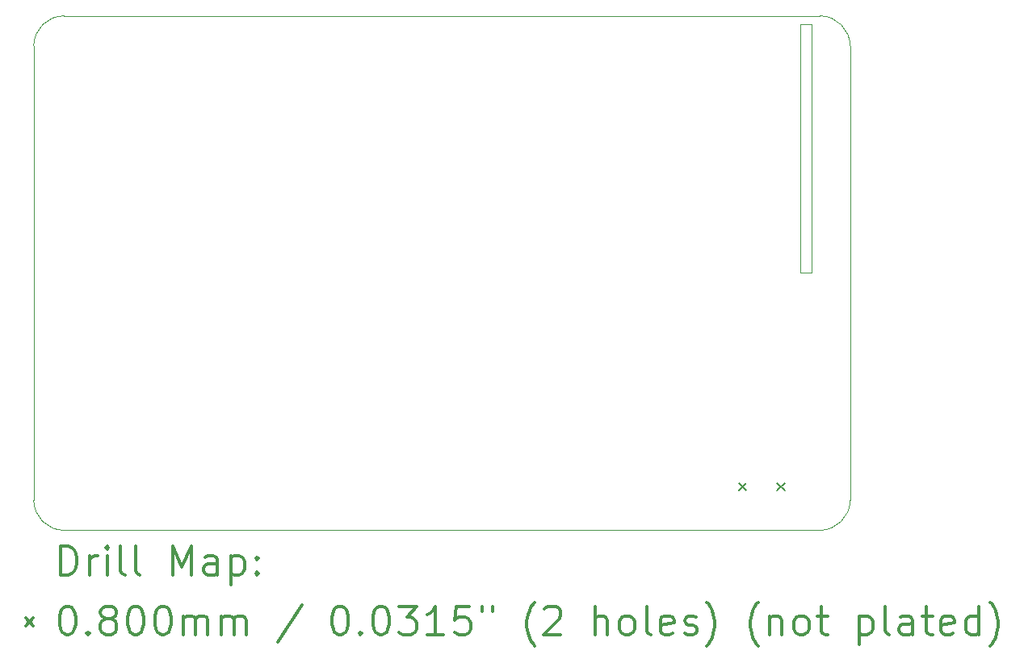
<source format=gbr>
%FSLAX45Y45*%
G04 Gerber Fmt 4.5, Leading zero omitted, Abs format (unit mm)*
G04 Created by KiCad (PCBNEW 5.1.10-88a1d61d58~90~ubuntu20.04.1) date 2021-10-07 18:38:08*
%MOMM*%
%LPD*%
G01*
G04 APERTURE LIST*
%TA.AperFunction,Profile*%
%ADD10C,0.050000*%
%TD*%
%ADD11C,0.200000*%
%ADD12C,0.300000*%
G04 APERTURE END LIST*
D10*
X8159100Y-95250D02*
X8159100Y-88900D01*
X8159100Y-88900D02*
X8039100Y-88900D01*
X8159100Y-2692400D02*
X8159100Y-95250D01*
X8039100Y-2692400D02*
X8159100Y-2692400D01*
X8039100Y-88900D02*
X8039100Y-2692400D01*
X317500Y-5400000D02*
G75*
G02*
X0Y-5082500I0J317500D01*
G01*
X8560000Y-5082500D02*
G75*
G02*
X8242500Y-5400000I-317500J0D01*
G01*
X8242500Y-200D02*
G75*
G02*
X8559800Y-317500I0J-317300D01*
G01*
X0Y-317500D02*
G75*
G02*
X317500Y0I317500J0D01*
G01*
X0Y-317500D02*
X0Y-5082500D01*
X317500Y-5400000D02*
X8242500Y-5400000D01*
X8560000Y-317500D02*
X8560000Y-5082500D01*
X317500Y0D02*
X8242500Y0D01*
D11*
X7392700Y-4902950D02*
X7472700Y-4982950D01*
X7472700Y-4902950D02*
X7392700Y-4982950D01*
X7792700Y-4902950D02*
X7872700Y-4982950D01*
X7872700Y-4902950D02*
X7792700Y-4982950D01*
D12*
X283928Y-5868214D02*
X283928Y-5568214D01*
X355357Y-5568214D01*
X398214Y-5582500D01*
X426786Y-5611071D01*
X441071Y-5639643D01*
X455357Y-5696786D01*
X455357Y-5739643D01*
X441071Y-5796786D01*
X426786Y-5825357D01*
X398214Y-5853929D01*
X355357Y-5868214D01*
X283928Y-5868214D01*
X583928Y-5868214D02*
X583928Y-5668214D01*
X583928Y-5725357D02*
X598214Y-5696786D01*
X612500Y-5682500D01*
X641071Y-5668214D01*
X669643Y-5668214D01*
X769643Y-5868214D02*
X769643Y-5668214D01*
X769643Y-5568214D02*
X755357Y-5582500D01*
X769643Y-5596786D01*
X783928Y-5582500D01*
X769643Y-5568214D01*
X769643Y-5596786D01*
X955357Y-5868214D02*
X926786Y-5853929D01*
X912500Y-5825357D01*
X912500Y-5568214D01*
X1112500Y-5868214D02*
X1083928Y-5853929D01*
X1069643Y-5825357D01*
X1069643Y-5568214D01*
X1455357Y-5868214D02*
X1455357Y-5568214D01*
X1555357Y-5782500D01*
X1655357Y-5568214D01*
X1655357Y-5868214D01*
X1926786Y-5868214D02*
X1926786Y-5711071D01*
X1912500Y-5682500D01*
X1883928Y-5668214D01*
X1826786Y-5668214D01*
X1798214Y-5682500D01*
X1926786Y-5853929D02*
X1898214Y-5868214D01*
X1826786Y-5868214D01*
X1798214Y-5853929D01*
X1783928Y-5825357D01*
X1783928Y-5796786D01*
X1798214Y-5768214D01*
X1826786Y-5753929D01*
X1898214Y-5753929D01*
X1926786Y-5739643D01*
X2069643Y-5668214D02*
X2069643Y-5968214D01*
X2069643Y-5682500D02*
X2098214Y-5668214D01*
X2155357Y-5668214D01*
X2183928Y-5682500D01*
X2198214Y-5696786D01*
X2212500Y-5725357D01*
X2212500Y-5811071D01*
X2198214Y-5839643D01*
X2183928Y-5853929D01*
X2155357Y-5868214D01*
X2098214Y-5868214D01*
X2069643Y-5853929D01*
X2341071Y-5839643D02*
X2355357Y-5853929D01*
X2341071Y-5868214D01*
X2326786Y-5853929D01*
X2341071Y-5839643D01*
X2341071Y-5868214D01*
X2341071Y-5682500D02*
X2355357Y-5696786D01*
X2341071Y-5711071D01*
X2326786Y-5696786D01*
X2341071Y-5682500D01*
X2341071Y-5711071D01*
X-82500Y-6322500D02*
X-2500Y-6402500D01*
X-2500Y-6322500D02*
X-82500Y-6402500D01*
X341071Y-6198214D02*
X369643Y-6198214D01*
X398214Y-6212500D01*
X412500Y-6226786D01*
X426786Y-6255357D01*
X441071Y-6312500D01*
X441071Y-6383929D01*
X426786Y-6441071D01*
X412500Y-6469643D01*
X398214Y-6483929D01*
X369643Y-6498214D01*
X341071Y-6498214D01*
X312500Y-6483929D01*
X298214Y-6469643D01*
X283928Y-6441071D01*
X269643Y-6383929D01*
X269643Y-6312500D01*
X283928Y-6255357D01*
X298214Y-6226786D01*
X312500Y-6212500D01*
X341071Y-6198214D01*
X569643Y-6469643D02*
X583928Y-6483929D01*
X569643Y-6498214D01*
X555357Y-6483929D01*
X569643Y-6469643D01*
X569643Y-6498214D01*
X755357Y-6326786D02*
X726786Y-6312500D01*
X712500Y-6298214D01*
X698214Y-6269643D01*
X698214Y-6255357D01*
X712500Y-6226786D01*
X726786Y-6212500D01*
X755357Y-6198214D01*
X812500Y-6198214D01*
X841071Y-6212500D01*
X855357Y-6226786D01*
X869643Y-6255357D01*
X869643Y-6269643D01*
X855357Y-6298214D01*
X841071Y-6312500D01*
X812500Y-6326786D01*
X755357Y-6326786D01*
X726786Y-6341071D01*
X712500Y-6355357D01*
X698214Y-6383929D01*
X698214Y-6441071D01*
X712500Y-6469643D01*
X726786Y-6483929D01*
X755357Y-6498214D01*
X812500Y-6498214D01*
X841071Y-6483929D01*
X855357Y-6469643D01*
X869643Y-6441071D01*
X869643Y-6383929D01*
X855357Y-6355357D01*
X841071Y-6341071D01*
X812500Y-6326786D01*
X1055357Y-6198214D02*
X1083928Y-6198214D01*
X1112500Y-6212500D01*
X1126786Y-6226786D01*
X1141071Y-6255357D01*
X1155357Y-6312500D01*
X1155357Y-6383929D01*
X1141071Y-6441071D01*
X1126786Y-6469643D01*
X1112500Y-6483929D01*
X1083928Y-6498214D01*
X1055357Y-6498214D01*
X1026786Y-6483929D01*
X1012500Y-6469643D01*
X998214Y-6441071D01*
X983928Y-6383929D01*
X983928Y-6312500D01*
X998214Y-6255357D01*
X1012500Y-6226786D01*
X1026786Y-6212500D01*
X1055357Y-6198214D01*
X1341071Y-6198214D02*
X1369643Y-6198214D01*
X1398214Y-6212500D01*
X1412500Y-6226786D01*
X1426786Y-6255357D01*
X1441071Y-6312500D01*
X1441071Y-6383929D01*
X1426786Y-6441071D01*
X1412500Y-6469643D01*
X1398214Y-6483929D01*
X1369643Y-6498214D01*
X1341071Y-6498214D01*
X1312500Y-6483929D01*
X1298214Y-6469643D01*
X1283928Y-6441071D01*
X1269643Y-6383929D01*
X1269643Y-6312500D01*
X1283928Y-6255357D01*
X1298214Y-6226786D01*
X1312500Y-6212500D01*
X1341071Y-6198214D01*
X1569643Y-6498214D02*
X1569643Y-6298214D01*
X1569643Y-6326786D02*
X1583928Y-6312500D01*
X1612500Y-6298214D01*
X1655357Y-6298214D01*
X1683928Y-6312500D01*
X1698214Y-6341071D01*
X1698214Y-6498214D01*
X1698214Y-6341071D02*
X1712500Y-6312500D01*
X1741071Y-6298214D01*
X1783928Y-6298214D01*
X1812500Y-6312500D01*
X1826786Y-6341071D01*
X1826786Y-6498214D01*
X1969643Y-6498214D02*
X1969643Y-6298214D01*
X1969643Y-6326786D02*
X1983928Y-6312500D01*
X2012500Y-6298214D01*
X2055357Y-6298214D01*
X2083928Y-6312500D01*
X2098214Y-6341071D01*
X2098214Y-6498214D01*
X2098214Y-6341071D02*
X2112500Y-6312500D01*
X2141071Y-6298214D01*
X2183928Y-6298214D01*
X2212500Y-6312500D01*
X2226786Y-6341071D01*
X2226786Y-6498214D01*
X2812500Y-6183929D02*
X2555357Y-6569643D01*
X3198214Y-6198214D02*
X3226786Y-6198214D01*
X3255357Y-6212500D01*
X3269643Y-6226786D01*
X3283928Y-6255357D01*
X3298214Y-6312500D01*
X3298214Y-6383929D01*
X3283928Y-6441071D01*
X3269643Y-6469643D01*
X3255357Y-6483929D01*
X3226786Y-6498214D01*
X3198214Y-6498214D01*
X3169643Y-6483929D01*
X3155357Y-6469643D01*
X3141071Y-6441071D01*
X3126786Y-6383929D01*
X3126786Y-6312500D01*
X3141071Y-6255357D01*
X3155357Y-6226786D01*
X3169643Y-6212500D01*
X3198214Y-6198214D01*
X3426786Y-6469643D02*
X3441071Y-6483929D01*
X3426786Y-6498214D01*
X3412500Y-6483929D01*
X3426786Y-6469643D01*
X3426786Y-6498214D01*
X3626786Y-6198214D02*
X3655357Y-6198214D01*
X3683928Y-6212500D01*
X3698214Y-6226786D01*
X3712500Y-6255357D01*
X3726786Y-6312500D01*
X3726786Y-6383929D01*
X3712500Y-6441071D01*
X3698214Y-6469643D01*
X3683928Y-6483929D01*
X3655357Y-6498214D01*
X3626786Y-6498214D01*
X3598214Y-6483929D01*
X3583928Y-6469643D01*
X3569643Y-6441071D01*
X3555357Y-6383929D01*
X3555357Y-6312500D01*
X3569643Y-6255357D01*
X3583928Y-6226786D01*
X3598214Y-6212500D01*
X3626786Y-6198214D01*
X3826786Y-6198214D02*
X4012500Y-6198214D01*
X3912500Y-6312500D01*
X3955357Y-6312500D01*
X3983928Y-6326786D01*
X3998214Y-6341071D01*
X4012500Y-6369643D01*
X4012500Y-6441071D01*
X3998214Y-6469643D01*
X3983928Y-6483929D01*
X3955357Y-6498214D01*
X3869643Y-6498214D01*
X3841071Y-6483929D01*
X3826786Y-6469643D01*
X4298214Y-6498214D02*
X4126786Y-6498214D01*
X4212500Y-6498214D02*
X4212500Y-6198214D01*
X4183928Y-6241071D01*
X4155357Y-6269643D01*
X4126786Y-6283929D01*
X4569643Y-6198214D02*
X4426786Y-6198214D01*
X4412500Y-6341071D01*
X4426786Y-6326786D01*
X4455357Y-6312500D01*
X4526786Y-6312500D01*
X4555357Y-6326786D01*
X4569643Y-6341071D01*
X4583928Y-6369643D01*
X4583928Y-6441071D01*
X4569643Y-6469643D01*
X4555357Y-6483929D01*
X4526786Y-6498214D01*
X4455357Y-6498214D01*
X4426786Y-6483929D01*
X4412500Y-6469643D01*
X4698214Y-6198214D02*
X4698214Y-6255357D01*
X4812500Y-6198214D02*
X4812500Y-6255357D01*
X5255357Y-6612500D02*
X5241071Y-6598214D01*
X5212500Y-6555357D01*
X5198214Y-6526786D01*
X5183928Y-6483929D01*
X5169643Y-6412500D01*
X5169643Y-6355357D01*
X5183928Y-6283929D01*
X5198214Y-6241071D01*
X5212500Y-6212500D01*
X5241071Y-6169643D01*
X5255357Y-6155357D01*
X5355357Y-6226786D02*
X5369643Y-6212500D01*
X5398214Y-6198214D01*
X5469643Y-6198214D01*
X5498214Y-6212500D01*
X5512500Y-6226786D01*
X5526786Y-6255357D01*
X5526786Y-6283929D01*
X5512500Y-6326786D01*
X5341071Y-6498214D01*
X5526786Y-6498214D01*
X5883928Y-6498214D02*
X5883928Y-6198214D01*
X6012500Y-6498214D02*
X6012500Y-6341071D01*
X5998214Y-6312500D01*
X5969643Y-6298214D01*
X5926786Y-6298214D01*
X5898214Y-6312500D01*
X5883928Y-6326786D01*
X6198214Y-6498214D02*
X6169643Y-6483929D01*
X6155357Y-6469643D01*
X6141071Y-6441071D01*
X6141071Y-6355357D01*
X6155357Y-6326786D01*
X6169643Y-6312500D01*
X6198214Y-6298214D01*
X6241071Y-6298214D01*
X6269643Y-6312500D01*
X6283928Y-6326786D01*
X6298214Y-6355357D01*
X6298214Y-6441071D01*
X6283928Y-6469643D01*
X6269643Y-6483929D01*
X6241071Y-6498214D01*
X6198214Y-6498214D01*
X6469643Y-6498214D02*
X6441071Y-6483929D01*
X6426786Y-6455357D01*
X6426786Y-6198214D01*
X6698214Y-6483929D02*
X6669643Y-6498214D01*
X6612500Y-6498214D01*
X6583928Y-6483929D01*
X6569643Y-6455357D01*
X6569643Y-6341071D01*
X6583928Y-6312500D01*
X6612500Y-6298214D01*
X6669643Y-6298214D01*
X6698214Y-6312500D01*
X6712500Y-6341071D01*
X6712500Y-6369643D01*
X6569643Y-6398214D01*
X6826786Y-6483929D02*
X6855357Y-6498214D01*
X6912500Y-6498214D01*
X6941071Y-6483929D01*
X6955357Y-6455357D01*
X6955357Y-6441071D01*
X6941071Y-6412500D01*
X6912500Y-6398214D01*
X6869643Y-6398214D01*
X6841071Y-6383929D01*
X6826786Y-6355357D01*
X6826786Y-6341071D01*
X6841071Y-6312500D01*
X6869643Y-6298214D01*
X6912500Y-6298214D01*
X6941071Y-6312500D01*
X7055357Y-6612500D02*
X7069643Y-6598214D01*
X7098214Y-6555357D01*
X7112500Y-6526786D01*
X7126786Y-6483929D01*
X7141071Y-6412500D01*
X7141071Y-6355357D01*
X7126786Y-6283929D01*
X7112500Y-6241071D01*
X7098214Y-6212500D01*
X7069643Y-6169643D01*
X7055357Y-6155357D01*
X7598214Y-6612500D02*
X7583928Y-6598214D01*
X7555357Y-6555357D01*
X7541071Y-6526786D01*
X7526786Y-6483929D01*
X7512500Y-6412500D01*
X7512500Y-6355357D01*
X7526786Y-6283929D01*
X7541071Y-6241071D01*
X7555357Y-6212500D01*
X7583928Y-6169643D01*
X7598214Y-6155357D01*
X7712500Y-6298214D02*
X7712500Y-6498214D01*
X7712500Y-6326786D02*
X7726786Y-6312500D01*
X7755357Y-6298214D01*
X7798214Y-6298214D01*
X7826786Y-6312500D01*
X7841071Y-6341071D01*
X7841071Y-6498214D01*
X8026786Y-6498214D02*
X7998214Y-6483929D01*
X7983928Y-6469643D01*
X7969643Y-6441071D01*
X7969643Y-6355357D01*
X7983928Y-6326786D01*
X7998214Y-6312500D01*
X8026786Y-6298214D01*
X8069643Y-6298214D01*
X8098214Y-6312500D01*
X8112500Y-6326786D01*
X8126786Y-6355357D01*
X8126786Y-6441071D01*
X8112500Y-6469643D01*
X8098214Y-6483929D01*
X8069643Y-6498214D01*
X8026786Y-6498214D01*
X8212500Y-6298214D02*
X8326786Y-6298214D01*
X8255357Y-6198214D02*
X8255357Y-6455357D01*
X8269643Y-6483929D01*
X8298214Y-6498214D01*
X8326786Y-6498214D01*
X8655357Y-6298214D02*
X8655357Y-6598214D01*
X8655357Y-6312500D02*
X8683928Y-6298214D01*
X8741071Y-6298214D01*
X8769643Y-6312500D01*
X8783928Y-6326786D01*
X8798214Y-6355357D01*
X8798214Y-6441071D01*
X8783928Y-6469643D01*
X8769643Y-6483929D01*
X8741071Y-6498214D01*
X8683928Y-6498214D01*
X8655357Y-6483929D01*
X8969643Y-6498214D02*
X8941071Y-6483929D01*
X8926786Y-6455357D01*
X8926786Y-6198214D01*
X9212500Y-6498214D02*
X9212500Y-6341071D01*
X9198214Y-6312500D01*
X9169643Y-6298214D01*
X9112500Y-6298214D01*
X9083928Y-6312500D01*
X9212500Y-6483929D02*
X9183928Y-6498214D01*
X9112500Y-6498214D01*
X9083928Y-6483929D01*
X9069643Y-6455357D01*
X9069643Y-6426786D01*
X9083928Y-6398214D01*
X9112500Y-6383929D01*
X9183928Y-6383929D01*
X9212500Y-6369643D01*
X9312500Y-6298214D02*
X9426786Y-6298214D01*
X9355357Y-6198214D02*
X9355357Y-6455357D01*
X9369643Y-6483929D01*
X9398214Y-6498214D01*
X9426786Y-6498214D01*
X9641071Y-6483929D02*
X9612500Y-6498214D01*
X9555357Y-6498214D01*
X9526786Y-6483929D01*
X9512500Y-6455357D01*
X9512500Y-6341071D01*
X9526786Y-6312500D01*
X9555357Y-6298214D01*
X9612500Y-6298214D01*
X9641071Y-6312500D01*
X9655357Y-6341071D01*
X9655357Y-6369643D01*
X9512500Y-6398214D01*
X9912500Y-6498214D02*
X9912500Y-6198214D01*
X9912500Y-6483929D02*
X9883928Y-6498214D01*
X9826786Y-6498214D01*
X9798214Y-6483929D01*
X9783928Y-6469643D01*
X9769643Y-6441071D01*
X9769643Y-6355357D01*
X9783928Y-6326786D01*
X9798214Y-6312500D01*
X9826786Y-6298214D01*
X9883928Y-6298214D01*
X9912500Y-6312500D01*
X10026786Y-6612500D02*
X10041071Y-6598214D01*
X10069643Y-6555357D01*
X10083928Y-6526786D01*
X10098214Y-6483929D01*
X10112500Y-6412500D01*
X10112500Y-6355357D01*
X10098214Y-6283929D01*
X10083928Y-6241071D01*
X10069643Y-6212500D01*
X10041071Y-6169643D01*
X10026786Y-6155357D01*
M02*

</source>
